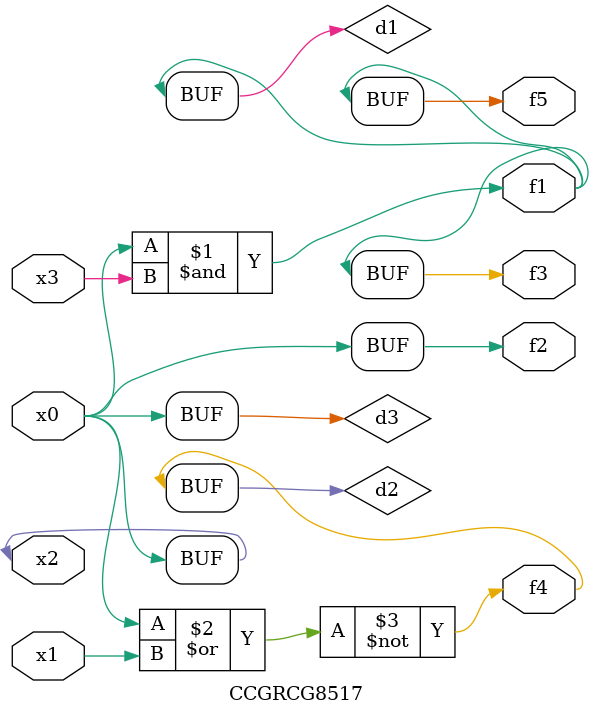
<source format=v>
module CCGRCG8517(
	input x0, x1, x2, x3,
	output f1, f2, f3, f4, f5
);

	wire d1, d2, d3;

	and (d1, x2, x3);
	nor (d2, x0, x1);
	buf (d3, x0, x2);
	assign f1 = d1;
	assign f2 = d3;
	assign f3 = d1;
	assign f4 = d2;
	assign f5 = d1;
endmodule

</source>
